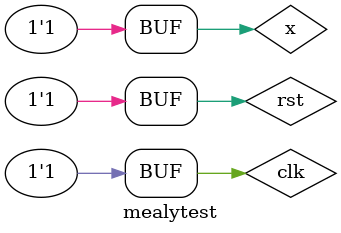
<source format=v>
module mealytest;

	// Inputs
	reg x;
	reg rst;
	reg clk;

	// Outputs
	wire y;

	// Instantiate the Unit Under Test (UUT)
	mealy uut (
		.x(x), 
		.rst(rst), 
		.clk(clk), 
		.y(y)
	);

	initial begin
		// Initialize Inputs
		x = 0;
		rst = 0;
		clk = 0;

		// Wait 100 ns for global reset to finish
   		#100 rst=1'b0;clk=1'b0;x=1'b0;
      #100 rst=1'b1;clk=1'b1;x=1'b0;
      #100 rst=1'b0;clk=1'b1;x=1'b1;   	
      #100 rst=1'b0;clk=1'b1;x=1'b0;  
      #100 rst=1'b1;clk=1'b1;x=1'b1;  		
		// Add stimulus here

	end
      
endmodule


</source>
